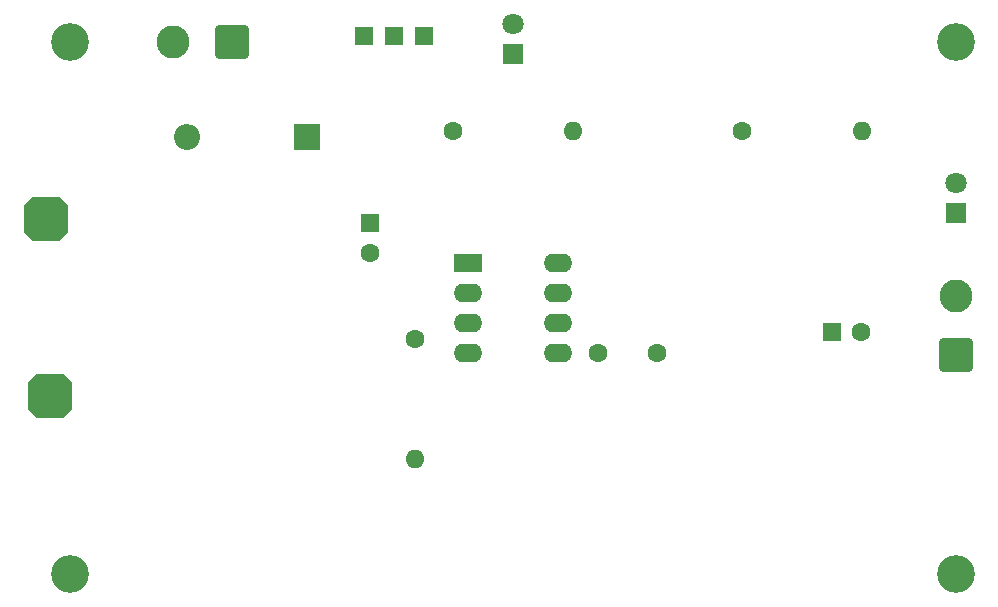
<source format=gbr>
%TF.GenerationSoftware,KiCad,Pcbnew,8.0.8*%
%TF.CreationDate,2025-04-28T20:29:37-04:00*%
%TF.ProjectId,udpudu,75647075-6475-42e6-9b69-6361645f7063,rev?*%
%TF.SameCoordinates,Original*%
%TF.FileFunction,Soldermask,Bot*%
%TF.FilePolarity,Negative*%
%FSLAX46Y46*%
G04 Gerber Fmt 4.6, Leading zero omitted, Abs format (unit mm)*
G04 Created by KiCad (PCBNEW 8.0.8) date 2025-04-28 20:29:37*
%MOMM*%
%LPD*%
G01*
G04 APERTURE LIST*
G04 Aperture macros list*
%AMRoundRect*
0 Rectangle with rounded corners*
0 $1 Rounding radius*
0 $2 $3 $4 $5 $6 $7 $8 $9 X,Y pos of 4 corners*
0 Add a 4 corners polygon primitive as box body*
4,1,4,$2,$3,$4,$5,$6,$7,$8,$9,$2,$3,0*
0 Add four circle primitives for the rounded corners*
1,1,$1+$1,$2,$3*
1,1,$1+$1,$4,$5*
1,1,$1+$1,$6,$7*
1,1,$1+$1,$8,$9*
0 Add four rect primitives between the rounded corners*
20,1,$1+$1,$2,$3,$4,$5,0*
20,1,$1+$1,$4,$5,$6,$7,0*
20,1,$1+$1,$6,$7,$8,$9,0*
20,1,$1+$1,$8,$9,$2,$3,0*%
%AMOutline5P*
0 Free polygon, 5 corners , with rotation*
0 The origin of the aperture is its center*
0 number of corners: always 5*
0 $1 to $10 corner X, Y*
0 $11 Rotation angle, in degrees counterclockwise*
0 create outline with 5 corners*
4,1,5,$1,$2,$3,$4,$5,$6,$7,$8,$9,$10,$1,$2,$11*%
%AMOutline6P*
0 Free polygon, 6 corners , with rotation*
0 The origin of the aperture is its center*
0 number of corners: always 6*
0 $1 to $12 corner X, Y*
0 $13 Rotation angle, in degrees counterclockwise*
0 create outline with 6 corners*
4,1,6,$1,$2,$3,$4,$5,$6,$7,$8,$9,$10,$11,$12,$1,$2,$13*%
%AMOutline7P*
0 Free polygon, 7 corners , with rotation*
0 The origin of the aperture is its center*
0 number of corners: always 7*
0 $1 to $14 corner X, Y*
0 $15 Rotation angle, in degrees counterclockwise*
0 create outline with 7 corners*
4,1,7,$1,$2,$3,$4,$5,$6,$7,$8,$9,$10,$11,$12,$13,$14,$1,$2,$15*%
%AMOutline8P*
0 Free polygon, 8 corners , with rotation*
0 The origin of the aperture is its center*
0 number of corners: always 8*
0 $1 to $16 corner X, Y*
0 $17 Rotation angle, in degrees counterclockwise*
0 create outline with 8 corners*
4,1,8,$1,$2,$3,$4,$5,$6,$7,$8,$9,$10,$11,$12,$13,$14,$15,$16,$1,$2,$17*%
G04 Aperture macros list end*
%ADD10R,1.800000X1.800000*%
%ADD11C,1.800000*%
%ADD12Outline8P,-1.900000X1.140000X-1.140000X1.900000X1.140000X1.900000X1.900000X1.140000X1.900000X-1.140000X1.140000X-1.900000X-1.140000X-1.900000X-1.900000X-1.140000X0.000000*%
%ADD13RoundRect,0.250001X1.149999X-1.149999X1.149999X1.149999X-1.149999X1.149999X-1.149999X-1.149999X0*%
%ADD14C,2.800000*%
%ADD15C,3.200000*%
%ADD16R,2.200000X2.200000*%
%ADD17O,2.200000X2.200000*%
%ADD18R,2.400000X1.600000*%
%ADD19O,2.400000X1.600000*%
%ADD20R,1.600000X1.600000*%
%ADD21C,1.600000*%
%ADD22R,1.500000X1.500000*%
%ADD23O,1.600000X1.600000*%
%ADD24RoundRect,0.250001X1.149999X1.149999X-1.149999X1.149999X-1.149999X-1.149999X1.149999X-1.149999X0*%
G04 APERTURE END LIST*
D10*
%TO.C,D2*%
X130000000Y-69500000D03*
D11*
X130000000Y-66960000D03*
%TD*%
D12*
%TO.C,J3*%
X53310000Y-85000000D03*
%TD*%
%TO.C,J1*%
X53000000Y-70000000D03*
%TD*%
D13*
%TO.C,LS1*%
X130000000Y-81500000D03*
D14*
X130000000Y-76500000D03*
%TD*%
D15*
%TO.C,H4*%
X130000000Y-100000000D03*
%TD*%
D10*
%TO.C,D3*%
X92500000Y-56040000D03*
D11*
X92500000Y-53500000D03*
%TD*%
D16*
%TO.C,D1*%
X75080000Y-63000000D03*
D17*
X64920000Y-63000000D03*
%TD*%
D18*
%TO.C,U1*%
X88700000Y-73700000D03*
D19*
X88700000Y-76240000D03*
X88700000Y-78780000D03*
X88700000Y-81320000D03*
X96320000Y-81320000D03*
X96320000Y-78780000D03*
X96320000Y-76240000D03*
X96320000Y-73700000D03*
%TD*%
D20*
%TO.C,C4*%
X80450000Y-70350000D03*
D21*
X80450000Y-72850000D03*
%TD*%
D22*
%TO.C,SW1*%
X79920000Y-54500000D03*
X82460000Y-54500000D03*
X85000000Y-54500000D03*
%TD*%
D21*
%TO.C,R2*%
X84200000Y-80095000D03*
D23*
X84200000Y-90255000D03*
%TD*%
D15*
%TO.C,H2*%
X130000000Y-55000000D03*
%TD*%
%TO.C,H1*%
X55000000Y-55000000D03*
%TD*%
D24*
%TO.C,J2*%
X68750000Y-55000000D03*
D14*
X63750000Y-55000000D03*
%TD*%
D21*
%TO.C,R4*%
X87420000Y-62500000D03*
D23*
X97580000Y-62500000D03*
%TD*%
D21*
%TO.C,C3*%
X99750000Y-81300000D03*
X104750000Y-81300000D03*
%TD*%
D20*
%TO.C,C5*%
X119500000Y-79500000D03*
D21*
X122000000Y-79500000D03*
%TD*%
D15*
%TO.C,H3*%
X55000000Y-100000000D03*
%TD*%
D21*
%TO.C,R3*%
X111920000Y-62500000D03*
D23*
X122080000Y-62500000D03*
%TD*%
M02*

</source>
